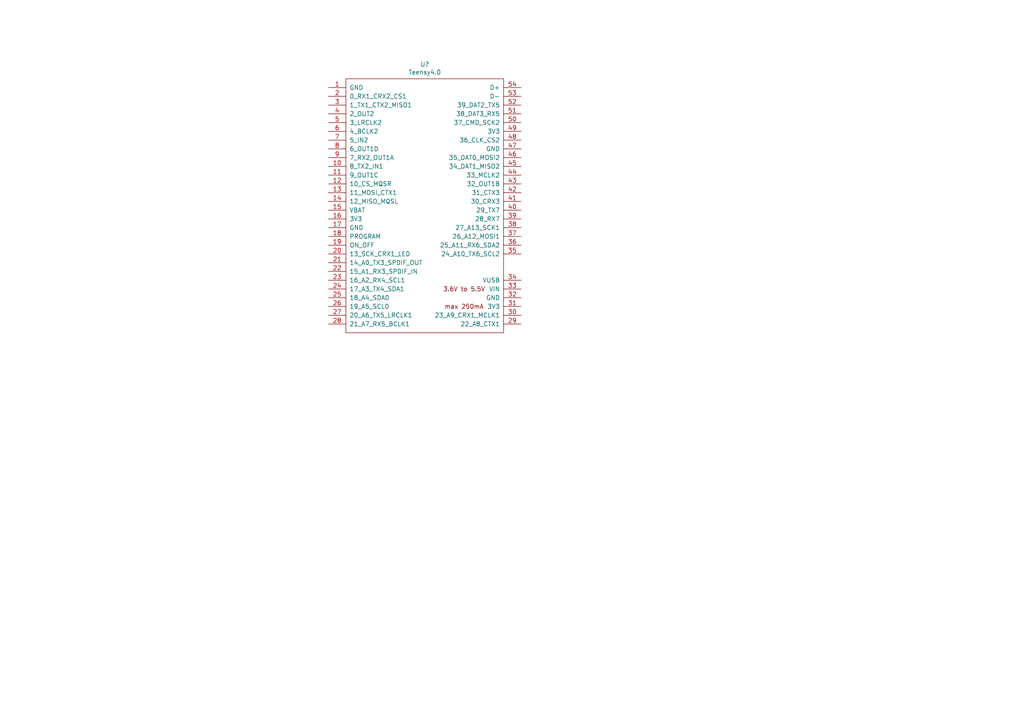
<source format=kicad_sch>
(kicad_sch (version 20230121) (generator eeschema)
  (paper "A4")
  (lib_symbols
    (symbol "VeloDashboard-rescue:Teensy4.0-teensy" (pin_names (offset 1.016))
      (property "Reference" "U" (at 0 39.37 0))
      (property "Value" "teensy_Teensy4.0" (at 0 -39.37 0))
      (symbol "Teensy4.0-teensy_0_0"
        (text "3.6V to 5.5V" (at 11.43 -24.13 0) (effects (font (size 1.27 1.27))))
        (text "max 250mA" (at 11.43 -29.21 0) (effects (font (size 1.27 1.27))))
        (pin bidirectional line (at -27.94 11.43 0) (length 5.08) (name "8_TX2_IN1") (number "10"))
        (pin bidirectional line (at -27.94 8.89 0) (length 5.08) (name "9_OUT1C") (number "11"))
        (pin bidirectional line (at -27.94 6.35 0) (length 5.08) (name "10_CS_MQSR") (number "12"))
        (pin bidirectional line (at -27.94 3.81 0) (length 5.08) (name "11_MOSI_CTX1") (number "13"))
        (pin bidirectional line (at -27.94 1.27 0) (length 5.08) (name "12_MISO_MQSL") (number "14"))
        (pin power_in line (at -27.94 -1.27 0) (length 5.08) (name "VBAT") (number "15"))
        (pin power_in line (at -27.94 -3.81 0) (length 5.08) (name "3V3") (number "16"))
        (pin power_in line (at -27.94 -6.35 0) (length 5.08) (name "GND") (number "17"))
        (pin input line (at -27.94 -8.89 0) (length 5.08) (name "PROGRAM") (number "18"))
        (pin input line (at -27.94 -11.43 0) (length 5.08) (name "ON_OFF") (number "19"))
        (pin bidirectional line (at -27.94 -13.97 0) (length 5.08) (name "13_SCK_CRX1_LED") (number "20"))
        (pin bidirectional line (at -27.94 -16.51 0) (length 5.08) (name "14_A0_TX3_SPDIF_OUT") (number "21"))
        (pin bidirectional line (at -27.94 -19.05 0) (length 5.08) (name "15_A1_RX3_SPDIF_IN") (number "22"))
        (pin bidirectional line (at -27.94 -21.59 0) (length 5.08) (name "16_A2_RX4_SCL1") (number "23"))
        (pin bidirectional line (at -27.94 -24.13 0) (length 5.08) (name "17_A3_TX4_SDA1") (number "24"))
        (pin bidirectional line (at -27.94 -26.67 0) (length 5.08) (name "18_A4_SDA0") (number "25"))
        (pin bidirectional line (at -27.94 -29.21 0) (length 5.08) (name "19_A5_SCL0") (number "26"))
        (pin bidirectional line (at -27.94 -31.75 0) (length 5.08) (name "20_A6_TX5_LRCLK1") (number "27"))
        (pin bidirectional line (at -27.94 -34.29 0) (length 5.08) (name "21_A7_RX5_BCLK1") (number "28"))
        (pin bidirectional line (at 27.94 -34.29 180) (length 5.08) (name "22_A8_CTX1") (number "29"))
        (pin bidirectional line (at 27.94 -31.75 180) (length 5.08) (name "23_A9_CRX1_MCLK1") (number "30"))
        (pin power_out line (at 27.94 -29.21 180) (length 5.08) (name "3V3") (number "31"))
        (pin power_in line (at 27.94 -26.67 180) (length 5.08) (name "GND") (number "32"))
        (pin power_in line (at 27.94 -24.13 180) (length 5.08) (name "VIN") (number "33"))
        (pin power_out line (at 27.94 -21.59 180) (length 5.08) (name "VUSB") (number "34"))
        (pin bidirectional line (at 27.94 -13.97 180) (length 5.08) (name "24_A10_TX6_SCL2") (number "35"))
        (pin bidirectional line (at 27.94 -11.43 180) (length 5.08) (name "25_A11_RX6_SDA2") (number "36"))
        (pin bidirectional line (at 27.94 -8.89 180) (length 5.08) (name "26_A12_MOSI1") (number "37"))
        (pin bidirectional line (at 27.94 -6.35 180) (length 5.08) (name "27_A13_SCK1") (number "38"))
        (pin bidirectional line (at 27.94 -3.81 180) (length 5.08) (name "28_RX7") (number "39"))
        (pin bidirectional line (at 27.94 -1.27 180) (length 5.08) (name "29_TX7") (number "40"))
        (pin bidirectional line (at 27.94 1.27 180) (length 5.08) (name "30_CRX3") (number "41"))
        (pin bidirectional line (at 27.94 3.81 180) (length 5.08) (name "31_CTX3") (number "42"))
        (pin bidirectional line (at 27.94 6.35 180) (length 5.08) (name "32_OUT1B") (number "43"))
        (pin bidirectional line (at 27.94 8.89 180) (length 5.08) (name "33_MCLK2") (number "44"))
        (pin bidirectional line (at 27.94 11.43 180) (length 5.08) (name "34_DAT1_MISO2") (number "45"))
        (pin bidirectional line (at 27.94 13.97 180) (length 5.08) (name "35_DAT0_MOSI2") (number "46"))
        (pin power_out line (at 27.94 16.51 180) (length 5.08) (name "GND") (number "47"))
        (pin bidirectional line (at 27.94 19.05 180) (length 5.08) (name "36_CLK_CS2") (number "48"))
        (pin power_out line (at 27.94 21.59 180) (length 5.08) (name "3V3") (number "49"))
        (pin bidirectional line (at -27.94 24.13 0) (length 5.08) (name "3_LRCLK2") (number "5"))
        (pin bidirectional line (at 27.94 24.13 180) (length 5.08) (name "37_CMD_SCK2") (number "50"))
        (pin bidirectional line (at 27.94 26.67 180) (length 5.08) (name "38_DAT3_RX5") (number "51"))
        (pin bidirectional line (at 27.94 29.21 180) (length 5.08) (name "39_DAT2_TX5") (number "52"))
        (pin bidirectional line (at 27.94 31.75 180) (length 5.08) (name "D-") (number "53"))
        (pin bidirectional line (at 27.94 34.29 180) (length 5.08) (name "D+") (number "54"))
        (pin bidirectional line (at -27.94 21.59 0) (length 5.08) (name "4_BCLK2") (number "6"))
        (pin bidirectional line (at -27.94 19.05 0) (length 5.08) (name "5_IN2") (number "7"))
        (pin bidirectional line (at -27.94 16.51 0) (length 5.08) (name "6_OUT1D") (number "8"))
        (pin bidirectional line (at -27.94 13.97 0) (length 5.08) (name "7_RX2_OUT1A") (number "9"))
      )
      (symbol "Teensy4.0-teensy_0_1"
        (rectangle (start -22.86 36.83) (end 22.86 -36.83))
        (rectangle (start -20.32 -31.75) (end -20.32 -31.75))
      )
      (symbol "Teensy4.0-teensy_1_1"
        (pin power_in line (at -27.94 34.29 0) (length 5.08) (name "GND") (number "1"))
        (pin bidirectional line (at -27.94 31.75 0) (length 5.08) (name "0_RX1_CRX2_CS1") (number "2"))
        (pin bidirectional line (at -27.94 29.21 0) (length 5.08) (name "1_TX1_CTX2_MISO1") (number "3"))
        (pin bidirectional line (at -27.94 26.67 0) (length 5.08) (name "2_OUT2") (number "4"))
      )
    )
  )
  (symbol (lib_id "VeloDashboard-rescue:Teensy4.0-teensy") (at 123.19 59.69 0) (unit 1)
    (property "Reference" "U?" (at 123.19 18.669 0))
    (property "Value" "Teensy4.0" (at 123.19 20.9804 0))
  )
)
</source>
